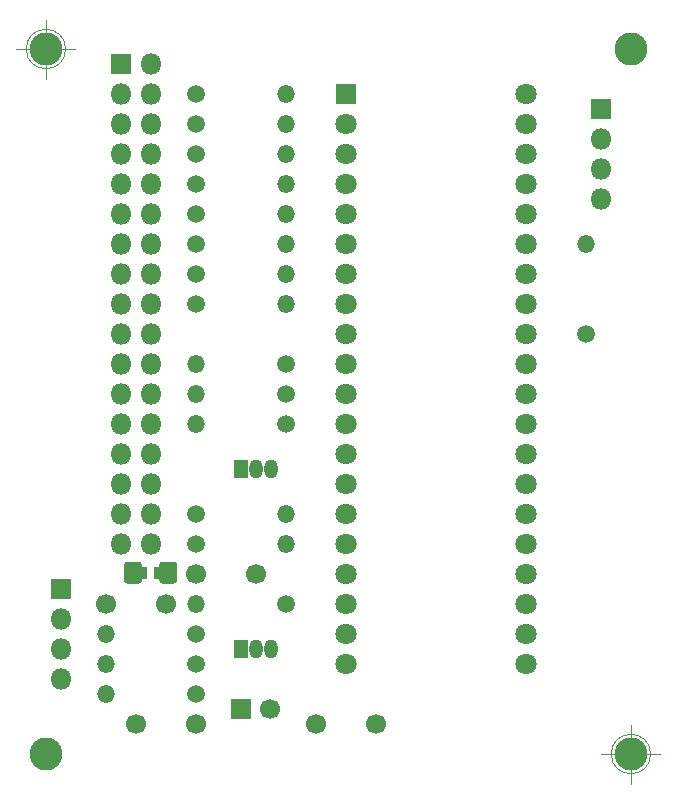
<source format=gbr>
%TF.GenerationSoftware,KiCad,Pcbnew,(5.1.6)-1*%
%TF.CreationDate,2021-11-05T07:21:48-03:00*%
%TF.ProjectId,PS2-MSX-F4,5053322d-4d53-4582-9d46-342e6b696361,rev?*%
%TF.SameCoordinates,Original*%
%TF.FileFunction,Soldermask,Bot*%
%TF.FilePolarity,Negative*%
%FSLAX46Y46*%
G04 Gerber Fmt 4.6, Leading zero omitted, Abs format (unit mm)*
G04 Created by KiCad (PCBNEW (5.1.6)-1) date 2021-11-05 07:21:48*
%MOMM*%
%LPD*%
G01*
G04 APERTURE LIST*
%ADD10C,0.050000*%
%ADD11R,0.550000X1.050000*%
%ADD12C,1.700000*%
%ADD13R,1.700000X1.700000*%
%ADD14C,1.800000*%
%ADD15R,1.800000X1.800000*%
%ADD16O,1.800000X1.800000*%
%ADD17C,2.800000*%
%ADD18R,1.150000X1.600000*%
%ADD19O,1.150000X1.600000*%
%ADD20O,1.500000X1.500000*%
%ADD21C,1.500000*%
G04 APERTURE END LIST*
D10*
X128666666Y-74930000D02*
G75*
G03*
X128666666Y-74930000I-1666666J0D01*
G01*
X124500000Y-74930000D02*
X129500000Y-74930000D01*
X127000000Y-72430000D02*
X127000000Y-77430000D01*
X178196666Y-134620000D02*
G75*
G03*
X178196666Y-134620000I-1666666J0D01*
G01*
X174030000Y-134620000D02*
X179030000Y-134620000D01*
X176530000Y-132120000D02*
X176530000Y-137120000D01*
D11*
%TO.C,F1*%
X135282940Y-119258080D03*
X136428480Y-119258080D03*
G36*
G01*
X135131980Y-118598083D02*
X135131980Y-119912997D01*
G75*
G02*
X134864437Y-120180540I-267543J0D01*
G01*
X133874523Y-120180540D01*
G75*
G02*
X133606980Y-119912997I0J267543D01*
G01*
X133606980Y-118598083D01*
G75*
G02*
X133874523Y-118330540I267543J0D01*
G01*
X134864437Y-118330540D01*
G75*
G02*
X135131980Y-118598083I0J-267543D01*
G01*
G37*
G36*
G01*
X138106980Y-118598083D02*
X138106980Y-119912997D01*
G75*
G02*
X137839437Y-120180540I-267543J0D01*
G01*
X136849523Y-120180540D01*
G75*
G02*
X136581980Y-119912997I0J267543D01*
G01*
X136581980Y-118598083D01*
G75*
G02*
X136849523Y-118330540I267543J0D01*
G01*
X137839437Y-118330540D01*
G75*
G02*
X138106980Y-118598083I0J-267543D01*
G01*
G37*
%TD*%
D12*
%TO.C,C4*%
X146010000Y-130810000D03*
D13*
X143510000Y-130810000D03*
%TD*%
D14*
%TO.C,U1*%
X152400000Y-127000000D03*
X167640000Y-127000000D03*
X152400000Y-124460000D03*
X167640000Y-124460000D03*
X152400000Y-121920000D03*
X167640000Y-121920000D03*
X152400000Y-119380000D03*
X167640000Y-119380000D03*
X152400000Y-116840000D03*
X167640000Y-116840000D03*
X152400000Y-114300000D03*
X167640000Y-114300000D03*
X152400000Y-111760000D03*
X167640000Y-111760000D03*
X152400000Y-109220000D03*
X167640000Y-109220000D03*
X152400000Y-106680000D03*
X167640000Y-106680000D03*
X152400000Y-104140000D03*
X167640000Y-104140000D03*
X152400000Y-101600000D03*
X167640000Y-101600000D03*
X152400000Y-99060000D03*
X167640000Y-99060000D03*
X152400000Y-96520000D03*
X167640000Y-96520000D03*
X152400000Y-93980000D03*
X167640000Y-93980000D03*
X152400000Y-91440000D03*
X167640000Y-91440000D03*
X152400000Y-88900000D03*
X167640000Y-88900000D03*
X152400000Y-86360000D03*
X167640000Y-86360000D03*
X152400000Y-83820000D03*
X167640000Y-83820000D03*
X152400000Y-81280000D03*
X167640000Y-81280000D03*
D15*
X152400000Y-78740000D03*
D14*
X167640000Y-78740000D03*
%TD*%
D16*
%TO.C,J1*%
X135890000Y-116840000D03*
X133350000Y-116840000D03*
X135890000Y-114300000D03*
X133350000Y-114300000D03*
X135890000Y-111760000D03*
X133350000Y-111760000D03*
X135890000Y-109220000D03*
X133350000Y-109220000D03*
X135890000Y-106680000D03*
X133350000Y-106680000D03*
X135890000Y-104140000D03*
X133350000Y-104140000D03*
X135890000Y-101600000D03*
X133350000Y-101600000D03*
X135890000Y-99060000D03*
X133350000Y-99060000D03*
X135890000Y-96520000D03*
X133350000Y-96520000D03*
X135890000Y-93980000D03*
X133350000Y-93980000D03*
X135890000Y-91440000D03*
X133350000Y-91440000D03*
X135890000Y-88900000D03*
X133350000Y-88900000D03*
X135890000Y-86360000D03*
X133350000Y-86360000D03*
X135890000Y-83820000D03*
X133350000Y-83820000D03*
X135890000Y-81280000D03*
X133350000Y-81280000D03*
X135890000Y-78740000D03*
X133350000Y-78740000D03*
X135890000Y-76200000D03*
D15*
X133350000Y-76200000D03*
%TD*%
D16*
%TO.C,J2*%
X173990000Y-87630000D03*
X173990000Y-85090000D03*
X173990000Y-82550000D03*
D15*
X173990000Y-80010000D03*
%TD*%
D17*
%TO.C,REF\u002A\u002A*%
X176530000Y-74930000D03*
%TD*%
%TO.C,REF\u002A\u002A*%
X127000000Y-74930000D03*
%TD*%
%TO.C,REF\u002A\u002A*%
X127000000Y-134620000D03*
%TD*%
%TO.C,REF\u002A\u002A*%
X176530000Y-134620000D03*
%TD*%
D12*
%TO.C,C5*%
X149860000Y-132080000D03*
X154940000Y-132080000D03*
%TD*%
%TO.C,C3*%
X134620000Y-132080000D03*
X139700000Y-132080000D03*
%TD*%
%TO.C,C2*%
X137160000Y-121920000D03*
X132080000Y-121920000D03*
%TD*%
%TO.C,C1*%
X144780000Y-119380000D03*
X139700000Y-119380000D03*
%TD*%
D18*
%TO.C,Q1*%
X143510000Y-110490000D03*
D19*
X146050000Y-110490000D03*
X144780000Y-110490000D03*
%TD*%
D18*
%TO.C,Q2*%
X143522700Y-125730000D03*
D19*
X146062700Y-125730000D03*
X144792700Y-125730000D03*
%TD*%
D16*
%TO.C,J3*%
X128270000Y-128270000D03*
X128270000Y-125730000D03*
X128270000Y-123190000D03*
D15*
X128270000Y-120650000D03*
%TD*%
D20*
%TO.C,R18*%
X132080000Y-129540000D03*
D21*
X139700000Y-129540000D03*
%TD*%
D20*
%TO.C,R17*%
X132080000Y-127000000D03*
D21*
X139700000Y-127000000D03*
%TD*%
D20*
%TO.C,R15*%
X139700000Y-121920000D03*
D21*
X147320000Y-121920000D03*
%TD*%
D20*
%TO.C,R14*%
X147320000Y-116840000D03*
D21*
X139700000Y-116840000D03*
%TD*%
D20*
%TO.C,R10*%
X139700000Y-101600000D03*
D21*
X147320000Y-101600000D03*
%TD*%
D20*
%TO.C,R16*%
X132080000Y-124460000D03*
D21*
X139700000Y-124460000D03*
%TD*%
D20*
%TO.C,R11*%
X139700000Y-104140000D03*
D21*
X147320000Y-104140000D03*
%TD*%
D20*
%TO.C,R9*%
X172720000Y-91440000D03*
D21*
X172720000Y-99060000D03*
%TD*%
D20*
%TO.C,R12*%
X139700000Y-106680000D03*
D21*
X147320000Y-106680000D03*
%TD*%
D20*
%TO.C,R13*%
X147320000Y-114300000D03*
D21*
X139700000Y-114300000D03*
%TD*%
D20*
%TO.C,R1*%
X147320000Y-78740000D03*
D21*
X139700000Y-78740000D03*
%TD*%
D20*
%TO.C,R2*%
X147320000Y-81280000D03*
D21*
X139700000Y-81280000D03*
%TD*%
D20*
%TO.C,R3*%
X147320000Y-83820000D03*
D21*
X139700000Y-83820000D03*
%TD*%
D20*
%TO.C,R4*%
X147320000Y-86360000D03*
D21*
X139700000Y-86360000D03*
%TD*%
D20*
%TO.C,R5*%
X147320000Y-88900000D03*
D21*
X139700000Y-88900000D03*
%TD*%
D20*
%TO.C,R6*%
X147320000Y-91440000D03*
D21*
X139700000Y-91440000D03*
%TD*%
D20*
%TO.C,R7*%
X147320000Y-93980000D03*
D21*
X139700000Y-93980000D03*
%TD*%
D20*
%TO.C,R8*%
X147320000Y-96520000D03*
D21*
X139700000Y-96520000D03*
%TD*%
M02*

</source>
